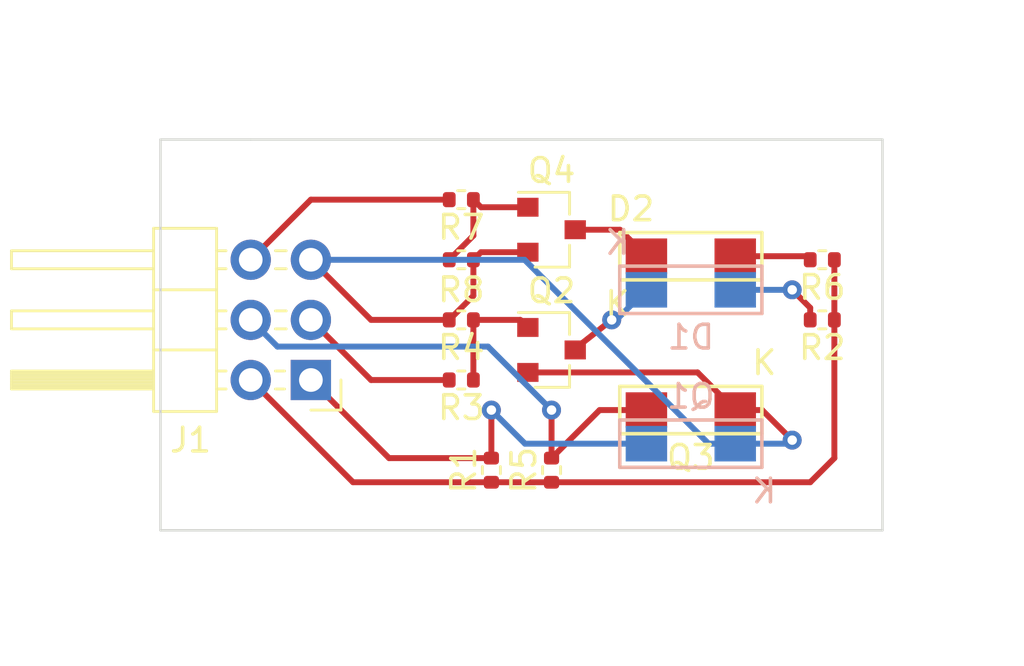
<source format=kicad_pcb>
(kicad_pcb (version 20171130) (host pcbnew 5.1.9-1.fc33)

  (general
    (thickness 1.6)
    (drawings 8)
    (tracks 60)
    (zones 0)
    (modules 15)
    (nets 13)
  )

  (page USLetter)
  (title_block
    (title Opticalport)
    (date 2021-02-27)
    (rev 0.1)
    (company "E. Beroset")
  )

  (layers
    (0 F.Cu signal)
    (31 B.Cu signal)
    (32 B.Adhes user)
    (33 F.Adhes user)
    (34 B.Paste user)
    (35 F.Paste user)
    (36 B.SilkS user)
    (37 F.SilkS user)
    (38 B.Mask user)
    (39 F.Mask user)
    (40 Dwgs.User user)
    (41 Cmts.User user)
    (42 Eco1.User user)
    (43 Eco2.User user)
    (44 Edge.Cuts user)
    (45 Margin user)
    (46 B.CrtYd user)
    (47 F.CrtYd user)
    (48 B.Fab user hide)
    (49 F.Fab user hide)
  )

  (setup
    (last_trace_width 0.25)
    (trace_clearance 0.1524)
    (zone_clearance 0.508)
    (zone_45_only no)
    (trace_min 0.2)
    (via_size 0.8)
    (via_drill 0.4)
    (via_min_size 0.4)
    (via_min_drill 0.3)
    (uvia_size 0.3)
    (uvia_drill 0.1)
    (uvias_allowed no)
    (uvia_min_size 0.2)
    (uvia_min_drill 0.1)
    (edge_width 0.1)
    (segment_width 0.2)
    (pcb_text_width 0.3)
    (pcb_text_size 1.5 1.5)
    (mod_edge_width 0.15)
    (mod_text_size 1 1)
    (mod_text_width 0.15)
    (pad_size 1.524 1.524)
    (pad_drill 0.762)
    (pad_to_mask_clearance 0)
    (aux_axis_origin 0 0)
    (visible_elements FFFFFF7F)
    (pcbplotparams
      (layerselection 0x010fc_ffffffff)
      (usegerberextensions false)
      (usegerberattributes true)
      (usegerberadvancedattributes true)
      (creategerberjobfile true)
      (excludeedgelayer true)
      (linewidth 0.100000)
      (plotframeref false)
      (viasonmask false)
      (mode 1)
      (useauxorigin false)
      (hpglpennumber 1)
      (hpglpenspeed 20)
      (hpglpendiameter 15.000000)
      (psnegative false)
      (psa4output false)
      (plotreference true)
      (plotvalue true)
      (plotinvisibletext false)
      (padsonsilk false)
      (subtractmaskfromsilk false)
      (outputformat 1)
      (mirror false)
      (drillshape 1)
      (scaleselection 1)
      (outputdirectory ""))
  )

  (net 0 "")
  (net 1 "Net-(D1-Pad2)")
  (net 2 "Net-(D1-Pad1)")
  (net 3 "Net-(D2-Pad2)")
  (net 4 "Net-(D2-Pad1)")
  (net 5 GND)
  (net 6 +3V3)
  (net 7 "Net-(Q2-Pad1)")
  (net 8 "Net-(Q4-Pad1)")
  (net 9 TX1)
  (net 10 RX1)
  (net 11 TX2)
  (net 12 RX2)

  (net_class Default "This is the default net class."
    (clearance 0.1524)
    (trace_width 0.25)
    (via_dia 0.8)
    (via_drill 0.4)
    (uvia_dia 0.3)
    (uvia_drill 0.1)
    (add_net +3V3)
    (add_net GND)
    (add_net "Net-(D1-Pad1)")
    (add_net "Net-(D1-Pad2)")
    (add_net "Net-(D2-Pad1)")
    (add_net "Net-(D2-Pad2)")
    (add_net "Net-(Q2-Pad1)")
    (add_net "Net-(Q4-Pad1)")
    (add_net RX1)
    (add_net RX2)
    (add_net TX1)
    (add_net TX2)
  )

  (module Connector_PinHeader_2.54mm:PinHeader_2x03_P2.54mm_Horizontal (layer F.Cu) (tedit 59FED5CB) (tstamp 603AE298)
    (at 124.46 90.17 180)
    (descr "Through hole angled pin header, 2x03, 2.54mm pitch, 6mm pin length, double rows")
    (tags "Through hole angled pin header THT 2x03 2.54mm double row")
    (path /603C3473)
    (fp_text reference J1 (at 5.08 -2.54) (layer F.SilkS)
      (effects (font (size 1 1) (thickness 0.15)))
    )
    (fp_text value Conn_02x03_Odd_Even (at 5.655 7.35) (layer F.Fab)
      (effects (font (size 1 1) (thickness 0.15)))
    )
    (fp_line (start 4.675 -1.27) (end 6.58 -1.27) (layer F.Fab) (width 0.1))
    (fp_line (start 6.58 -1.27) (end 6.58 6.35) (layer F.Fab) (width 0.1))
    (fp_line (start 6.58 6.35) (end 4.04 6.35) (layer F.Fab) (width 0.1))
    (fp_line (start 4.04 6.35) (end 4.04 -0.635) (layer F.Fab) (width 0.1))
    (fp_line (start 4.04 -0.635) (end 4.675 -1.27) (layer F.Fab) (width 0.1))
    (fp_line (start -0.32 -0.32) (end 4.04 -0.32) (layer F.Fab) (width 0.1))
    (fp_line (start -0.32 -0.32) (end -0.32 0.32) (layer F.Fab) (width 0.1))
    (fp_line (start -0.32 0.32) (end 4.04 0.32) (layer F.Fab) (width 0.1))
    (fp_line (start 6.58 -0.32) (end 12.58 -0.32) (layer F.Fab) (width 0.1))
    (fp_line (start 12.58 -0.32) (end 12.58 0.32) (layer F.Fab) (width 0.1))
    (fp_line (start 6.58 0.32) (end 12.58 0.32) (layer F.Fab) (width 0.1))
    (fp_line (start -0.32 2.22) (end 4.04 2.22) (layer F.Fab) (width 0.1))
    (fp_line (start -0.32 2.22) (end -0.32 2.86) (layer F.Fab) (width 0.1))
    (fp_line (start -0.32 2.86) (end 4.04 2.86) (layer F.Fab) (width 0.1))
    (fp_line (start 6.58 2.22) (end 12.58 2.22) (layer F.Fab) (width 0.1))
    (fp_line (start 12.58 2.22) (end 12.58 2.86) (layer F.Fab) (width 0.1))
    (fp_line (start 6.58 2.86) (end 12.58 2.86) (layer F.Fab) (width 0.1))
    (fp_line (start -0.32 4.76) (end 4.04 4.76) (layer F.Fab) (width 0.1))
    (fp_line (start -0.32 4.76) (end -0.32 5.4) (layer F.Fab) (width 0.1))
    (fp_line (start -0.32 5.4) (end 4.04 5.4) (layer F.Fab) (width 0.1))
    (fp_line (start 6.58 4.76) (end 12.58 4.76) (layer F.Fab) (width 0.1))
    (fp_line (start 12.58 4.76) (end 12.58 5.4) (layer F.Fab) (width 0.1))
    (fp_line (start 6.58 5.4) (end 12.58 5.4) (layer F.Fab) (width 0.1))
    (fp_line (start 3.98 -1.33) (end 3.98 6.41) (layer F.SilkS) (width 0.12))
    (fp_line (start 3.98 6.41) (end 6.64 6.41) (layer F.SilkS) (width 0.12))
    (fp_line (start 6.64 6.41) (end 6.64 -1.33) (layer F.SilkS) (width 0.12))
    (fp_line (start 6.64 -1.33) (end 3.98 -1.33) (layer F.SilkS) (width 0.12))
    (fp_line (start 6.64 -0.38) (end 12.64 -0.38) (layer F.SilkS) (width 0.12))
    (fp_line (start 12.64 -0.38) (end 12.64 0.38) (layer F.SilkS) (width 0.12))
    (fp_line (start 12.64 0.38) (end 6.64 0.38) (layer F.SilkS) (width 0.12))
    (fp_line (start 6.64 -0.32) (end 12.64 -0.32) (layer F.SilkS) (width 0.12))
    (fp_line (start 6.64 -0.2) (end 12.64 -0.2) (layer F.SilkS) (width 0.12))
    (fp_line (start 6.64 -0.08) (end 12.64 -0.08) (layer F.SilkS) (width 0.12))
    (fp_line (start 6.64 0.04) (end 12.64 0.04) (layer F.SilkS) (width 0.12))
    (fp_line (start 6.64 0.16) (end 12.64 0.16) (layer F.SilkS) (width 0.12))
    (fp_line (start 6.64 0.28) (end 12.64 0.28) (layer F.SilkS) (width 0.12))
    (fp_line (start 3.582929 -0.38) (end 3.98 -0.38) (layer F.SilkS) (width 0.12))
    (fp_line (start 3.582929 0.38) (end 3.98 0.38) (layer F.SilkS) (width 0.12))
    (fp_line (start 1.11 -0.38) (end 1.497071 -0.38) (layer F.SilkS) (width 0.12))
    (fp_line (start 1.11 0.38) (end 1.497071 0.38) (layer F.SilkS) (width 0.12))
    (fp_line (start 3.98 1.27) (end 6.64 1.27) (layer F.SilkS) (width 0.12))
    (fp_line (start 6.64 2.16) (end 12.64 2.16) (layer F.SilkS) (width 0.12))
    (fp_line (start 12.64 2.16) (end 12.64 2.92) (layer F.SilkS) (width 0.12))
    (fp_line (start 12.64 2.92) (end 6.64 2.92) (layer F.SilkS) (width 0.12))
    (fp_line (start 3.582929 2.16) (end 3.98 2.16) (layer F.SilkS) (width 0.12))
    (fp_line (start 3.582929 2.92) (end 3.98 2.92) (layer F.SilkS) (width 0.12))
    (fp_line (start 1.042929 2.16) (end 1.497071 2.16) (layer F.SilkS) (width 0.12))
    (fp_line (start 1.042929 2.92) (end 1.497071 2.92) (layer F.SilkS) (width 0.12))
    (fp_line (start 3.98 3.81) (end 6.64 3.81) (layer F.SilkS) (width 0.12))
    (fp_line (start 6.64 4.7) (end 12.64 4.7) (layer F.SilkS) (width 0.12))
    (fp_line (start 12.64 4.7) (end 12.64 5.46) (layer F.SilkS) (width 0.12))
    (fp_line (start 12.64 5.46) (end 6.64 5.46) (layer F.SilkS) (width 0.12))
    (fp_line (start 3.582929 4.7) (end 3.98 4.7) (layer F.SilkS) (width 0.12))
    (fp_line (start 3.582929 5.46) (end 3.98 5.46) (layer F.SilkS) (width 0.12))
    (fp_line (start 1.042929 4.7) (end 1.497071 4.7) (layer F.SilkS) (width 0.12))
    (fp_line (start 1.042929 5.46) (end 1.497071 5.46) (layer F.SilkS) (width 0.12))
    (fp_line (start -1.27 0) (end -1.27 -1.27) (layer F.SilkS) (width 0.12))
    (fp_line (start -1.27 -1.27) (end 0 -1.27) (layer F.SilkS) (width 0.12))
    (fp_line (start -1.8 -1.8) (end -1.8 6.85) (layer F.CrtYd) (width 0.05))
    (fp_line (start -1.8 6.85) (end 13.1 6.85) (layer F.CrtYd) (width 0.05))
    (fp_line (start 13.1 6.85) (end 13.1 -1.8) (layer F.CrtYd) (width 0.05))
    (fp_line (start 13.1 -1.8) (end -1.8 -1.8) (layer F.CrtYd) (width 0.05))
    (fp_text user %R (at 5.31 2.54 90) (layer F.Fab)
      (effects (font (size 1 1) (thickness 0.15)))
    )
    (pad 6 thru_hole oval (at 2.54 5.08 180) (size 1.7 1.7) (drill 1) (layers *.Cu *.Mask)
      (net 9 TX1))
    (pad 5 thru_hole oval (at 0 5.08 180) (size 1.7 1.7) (drill 1) (layers *.Cu *.Mask)
      (net 5 GND))
    (pad 4 thru_hole oval (at 2.54 2.54 180) (size 1.7 1.7) (drill 1) (layers *.Cu *.Mask)
      (net 10 RX1))
    (pad 3 thru_hole oval (at 0 2.54 180) (size 1.7 1.7) (drill 1) (layers *.Cu *.Mask)
      (net 11 TX2))
    (pad 2 thru_hole oval (at 2.54 0 180) (size 1.7 1.7) (drill 1) (layers *.Cu *.Mask)
      (net 6 +3V3))
    (pad 1 thru_hole rect (at 0 0 180) (size 1.7 1.7) (drill 1) (layers *.Cu *.Mask)
      (net 12 RX2))
    (model ${KISYS3DMOD}/Connector_PinHeader_2.54mm.3dshapes/PinHeader_2x03_P2.54mm_Horizontal.wrl
      (at (xyz 0 0 0))
      (scale (xyz 1 1 1))
      (rotate (xyz 0 0 0))
    )
  )

  (module Resistor_SMD:R_0402_1005Metric (layer F.Cu) (tedit 5F68FEEE) (tstamp 603AE360)
    (at 130.81 85.09)
    (descr "Resistor SMD 0402 (1005 Metric), square (rectangular) end terminal, IPC_7351 nominal, (Body size source: IPC-SM-782 page 72, https://www.pcb-3d.com/wordpress/wp-content/uploads/ipc-sm-782a_amendment_1_and_2.pdf), generated with kicad-footprint-generator")
    (tags resistor)
    (path /603E4022)
    (attr smd)
    (fp_text reference R8 (at 0 1.27) (layer F.SilkS)
      (effects (font (size 1 1) (thickness 0.15)))
    )
    (fp_text value 1.5K (at 0 1.17) (layer F.Fab)
      (effects (font (size 1 1) (thickness 0.15)))
    )
    (fp_line (start -0.525 0.27) (end -0.525 -0.27) (layer F.Fab) (width 0.1))
    (fp_line (start -0.525 -0.27) (end 0.525 -0.27) (layer F.Fab) (width 0.1))
    (fp_line (start 0.525 -0.27) (end 0.525 0.27) (layer F.Fab) (width 0.1))
    (fp_line (start 0.525 0.27) (end -0.525 0.27) (layer F.Fab) (width 0.1))
    (fp_line (start -0.153641 -0.38) (end 0.153641 -0.38) (layer F.SilkS) (width 0.12))
    (fp_line (start -0.153641 0.38) (end 0.153641 0.38) (layer F.SilkS) (width 0.12))
    (fp_line (start -0.93 0.47) (end -0.93 -0.47) (layer F.CrtYd) (width 0.05))
    (fp_line (start -0.93 -0.47) (end 0.93 -0.47) (layer F.CrtYd) (width 0.05))
    (fp_line (start 0.93 -0.47) (end 0.93 0.47) (layer F.CrtYd) (width 0.05))
    (fp_line (start 0.93 0.47) (end -0.93 0.47) (layer F.CrtYd) (width 0.05))
    (fp_text user %R (at 0 0) (layer F.Fab)
      (effects (font (size 0.26 0.26) (thickness 0.04)))
    )
    (pad 2 smd roundrect (at 0.51 0) (size 0.54 0.64) (layers F.Cu F.Paste F.Mask) (roundrect_rratio 0.25)
      (net 5 GND))
    (pad 1 smd roundrect (at -0.51 0) (size 0.54 0.64) (layers F.Cu F.Paste F.Mask) (roundrect_rratio 0.25)
      (net 8 "Net-(Q4-Pad1)"))
    (model ${KISYS3DMOD}/Resistor_SMD.3dshapes/R_0402_1005Metric.wrl
      (at (xyz 0 0 0))
      (scale (xyz 1 1 1))
      (rotate (xyz 0 0 0))
    )
  )

  (module Resistor_SMD:R_0402_1005Metric (layer F.Cu) (tedit 5F68FEEE) (tstamp 603AE34F)
    (at 130.81 82.55 180)
    (descr "Resistor SMD 0402 (1005 Metric), square (rectangular) end terminal, IPC_7351 nominal, (Body size source: IPC-SM-782 page 72, https://www.pcb-3d.com/wordpress/wp-content/uploads/ipc-sm-782a_amendment_1_and_2.pdf), generated with kicad-footprint-generator")
    (tags resistor)
    (path /603E4036)
    (attr smd)
    (fp_text reference R7 (at 0 -1.17) (layer F.SilkS)
      (effects (font (size 1 1) (thickness 0.15)))
    )
    (fp_text value 4.7K (at 0 1.17) (layer F.Fab)
      (effects (font (size 1 1) (thickness 0.15)))
    )
    (fp_line (start -0.525 0.27) (end -0.525 -0.27) (layer F.Fab) (width 0.1))
    (fp_line (start -0.525 -0.27) (end 0.525 -0.27) (layer F.Fab) (width 0.1))
    (fp_line (start 0.525 -0.27) (end 0.525 0.27) (layer F.Fab) (width 0.1))
    (fp_line (start 0.525 0.27) (end -0.525 0.27) (layer F.Fab) (width 0.1))
    (fp_line (start -0.153641 -0.38) (end 0.153641 -0.38) (layer F.SilkS) (width 0.12))
    (fp_line (start -0.153641 0.38) (end 0.153641 0.38) (layer F.SilkS) (width 0.12))
    (fp_line (start -0.93 0.47) (end -0.93 -0.47) (layer F.CrtYd) (width 0.05))
    (fp_line (start -0.93 -0.47) (end 0.93 -0.47) (layer F.CrtYd) (width 0.05))
    (fp_line (start 0.93 -0.47) (end 0.93 0.47) (layer F.CrtYd) (width 0.05))
    (fp_line (start 0.93 0.47) (end -0.93 0.47) (layer F.CrtYd) (width 0.05))
    (fp_text user %R (at 0 0) (layer F.Fab)
      (effects (font (size 0.26 0.26) (thickness 0.04)))
    )
    (pad 2 smd roundrect (at 0.51 0 180) (size 0.54 0.64) (layers F.Cu F.Paste F.Mask) (roundrect_rratio 0.25)
      (net 9 TX1))
    (pad 1 smd roundrect (at -0.51 0 180) (size 0.54 0.64) (layers F.Cu F.Paste F.Mask) (roundrect_rratio 0.25)
      (net 8 "Net-(Q4-Pad1)"))
    (model ${KISYS3DMOD}/Resistor_SMD.3dshapes/R_0402_1005Metric.wrl
      (at (xyz 0 0 0))
      (scale (xyz 1 1 1))
      (rotate (xyz 0 0 0))
    )
  )

  (module Resistor_SMD:R_0402_1005Metric (layer F.Cu) (tedit 5F68FEEE) (tstamp 603AE33E)
    (at 146.05 85.09 180)
    (descr "Resistor SMD 0402 (1005 Metric), square (rectangular) end terminal, IPC_7351 nominal, (Body size source: IPC-SM-782 page 72, https://www.pcb-3d.com/wordpress/wp-content/uploads/ipc-sm-782a_amendment_1_and_2.pdf), generated with kicad-footprint-generator")
    (tags resistor)
    (path /603E402C)
    (attr smd)
    (fp_text reference R6 (at 0 -1.17) (layer F.SilkS)
      (effects (font (size 1 1) (thickness 0.15)))
    )
    (fp_text value 100 (at 0 1.17) (layer F.Fab)
      (effects (font (size 1 1) (thickness 0.15)))
    )
    (fp_line (start -0.525 0.27) (end -0.525 -0.27) (layer F.Fab) (width 0.1))
    (fp_line (start -0.525 -0.27) (end 0.525 -0.27) (layer F.Fab) (width 0.1))
    (fp_line (start 0.525 -0.27) (end 0.525 0.27) (layer F.Fab) (width 0.1))
    (fp_line (start 0.525 0.27) (end -0.525 0.27) (layer F.Fab) (width 0.1))
    (fp_line (start -0.153641 -0.38) (end 0.153641 -0.38) (layer F.SilkS) (width 0.12))
    (fp_line (start -0.153641 0.38) (end 0.153641 0.38) (layer F.SilkS) (width 0.12))
    (fp_line (start -0.93 0.47) (end -0.93 -0.47) (layer F.CrtYd) (width 0.05))
    (fp_line (start -0.93 -0.47) (end 0.93 -0.47) (layer F.CrtYd) (width 0.05))
    (fp_line (start 0.93 -0.47) (end 0.93 0.47) (layer F.CrtYd) (width 0.05))
    (fp_line (start 0.93 0.47) (end -0.93 0.47) (layer F.CrtYd) (width 0.05))
    (fp_text user %R (at 0 0) (layer F.Fab)
      (effects (font (size 0.26 0.26) (thickness 0.04)))
    )
    (pad 2 smd roundrect (at 0.51 0 180) (size 0.54 0.64) (layers F.Cu F.Paste F.Mask) (roundrect_rratio 0.25)
      (net 3 "Net-(D2-Pad2)"))
    (pad 1 smd roundrect (at -0.51 0 180) (size 0.54 0.64) (layers F.Cu F.Paste F.Mask) (roundrect_rratio 0.25)
      (net 6 +3V3))
    (model ${KISYS3DMOD}/Resistor_SMD.3dshapes/R_0402_1005Metric.wrl
      (at (xyz 0 0 0))
      (scale (xyz 1 1 1))
      (rotate (xyz 0 0 0))
    )
  )

  (module Resistor_SMD:R_0402_1005Metric (layer F.Cu) (tedit 5F68FEEE) (tstamp 603AE32D)
    (at 134.62 93.98 90)
    (descr "Resistor SMD 0402 (1005 Metric), square (rectangular) end terminal, IPC_7351 nominal, (Body size source: IPC-SM-782 page 72, https://www.pcb-3d.com/wordpress/wp-content/uploads/ipc-sm-782a_amendment_1_and_2.pdf), generated with kicad-footprint-generator")
    (tags resistor)
    (path /603E404A)
    (attr smd)
    (fp_text reference R5 (at 0 -1.17 90) (layer F.SilkS)
      (effects (font (size 1 1) (thickness 0.15)))
    )
    (fp_text value 2.2K (at 0 1.17 90) (layer F.Fab)
      (effects (font (size 1 1) (thickness 0.15)))
    )
    (fp_line (start -0.525 0.27) (end -0.525 -0.27) (layer F.Fab) (width 0.1))
    (fp_line (start -0.525 -0.27) (end 0.525 -0.27) (layer F.Fab) (width 0.1))
    (fp_line (start 0.525 -0.27) (end 0.525 0.27) (layer F.Fab) (width 0.1))
    (fp_line (start 0.525 0.27) (end -0.525 0.27) (layer F.Fab) (width 0.1))
    (fp_line (start -0.153641 -0.38) (end 0.153641 -0.38) (layer F.SilkS) (width 0.12))
    (fp_line (start -0.153641 0.38) (end 0.153641 0.38) (layer F.SilkS) (width 0.12))
    (fp_line (start -0.93 0.47) (end -0.93 -0.47) (layer F.CrtYd) (width 0.05))
    (fp_line (start -0.93 -0.47) (end 0.93 -0.47) (layer F.CrtYd) (width 0.05))
    (fp_line (start 0.93 -0.47) (end 0.93 0.47) (layer F.CrtYd) (width 0.05))
    (fp_line (start 0.93 0.47) (end -0.93 0.47) (layer F.CrtYd) (width 0.05))
    (fp_text user %R (at 0 0 90) (layer F.Fab)
      (effects (font (size 0.26 0.26) (thickness 0.04)))
    )
    (pad 2 smd roundrect (at 0.51 0 90) (size 0.54 0.64) (layers F.Cu F.Paste F.Mask) (roundrect_rratio 0.25)
      (net 10 RX1))
    (pad 1 smd roundrect (at -0.51 0 90) (size 0.54 0.64) (layers F.Cu F.Paste F.Mask) (roundrect_rratio 0.25)
      (net 6 +3V3))
    (model ${KISYS3DMOD}/Resistor_SMD.3dshapes/R_0402_1005Metric.wrl
      (at (xyz 0 0 0))
      (scale (xyz 1 1 1))
      (rotate (xyz 0 0 0))
    )
  )

  (module Resistor_SMD:R_0402_1005Metric (layer F.Cu) (tedit 5F68FEEE) (tstamp 603AE31C)
    (at 130.81 87.63 180)
    (descr "Resistor SMD 0402 (1005 Metric), square (rectangular) end terminal, IPC_7351 nominal, (Body size source: IPC-SM-782 page 72, https://www.pcb-3d.com/wordpress/wp-content/uploads/ipc-sm-782a_amendment_1_and_2.pdf), generated with kicad-footprint-generator")
    (tags resistor)
    (path /603AAE37)
    (attr smd)
    (fp_text reference R4 (at 0 -1.17) (layer F.SilkS)
      (effects (font (size 1 1) (thickness 0.15)))
    )
    (fp_text value 1.5k (at 0 1.17) (layer F.Fab)
      (effects (font (size 1 1) (thickness 0.15)))
    )
    (fp_line (start -0.525 0.27) (end -0.525 -0.27) (layer F.Fab) (width 0.1))
    (fp_line (start -0.525 -0.27) (end 0.525 -0.27) (layer F.Fab) (width 0.1))
    (fp_line (start 0.525 -0.27) (end 0.525 0.27) (layer F.Fab) (width 0.1))
    (fp_line (start 0.525 0.27) (end -0.525 0.27) (layer F.Fab) (width 0.1))
    (fp_line (start -0.153641 -0.38) (end 0.153641 -0.38) (layer F.SilkS) (width 0.12))
    (fp_line (start -0.153641 0.38) (end 0.153641 0.38) (layer F.SilkS) (width 0.12))
    (fp_line (start -0.93 0.47) (end -0.93 -0.47) (layer F.CrtYd) (width 0.05))
    (fp_line (start -0.93 -0.47) (end 0.93 -0.47) (layer F.CrtYd) (width 0.05))
    (fp_line (start 0.93 -0.47) (end 0.93 0.47) (layer F.CrtYd) (width 0.05))
    (fp_line (start 0.93 0.47) (end -0.93 0.47) (layer F.CrtYd) (width 0.05))
    (fp_text user %R (at 0 0) (layer F.Fab)
      (effects (font (size 0.26 0.26) (thickness 0.04)))
    )
    (pad 2 smd roundrect (at 0.51 0 180) (size 0.54 0.64) (layers F.Cu F.Paste F.Mask) (roundrect_rratio 0.25)
      (net 5 GND))
    (pad 1 smd roundrect (at -0.51 0 180) (size 0.54 0.64) (layers F.Cu F.Paste F.Mask) (roundrect_rratio 0.25)
      (net 7 "Net-(Q2-Pad1)"))
    (model ${KISYS3DMOD}/Resistor_SMD.3dshapes/R_0402_1005Metric.wrl
      (at (xyz 0 0 0))
      (scale (xyz 1 1 1))
      (rotate (xyz 0 0 0))
    )
  )

  (module Resistor_SMD:R_0402_1005Metric (layer F.Cu) (tedit 5F68FEEE) (tstamp 603AE30B)
    (at 130.81 90.17 180)
    (descr "Resistor SMD 0402 (1005 Metric), square (rectangular) end terminal, IPC_7351 nominal, (Body size source: IPC-SM-782 page 72, https://www.pcb-3d.com/wordpress/wp-content/uploads/ipc-sm-782a_amendment_1_and_2.pdf), generated with kicad-footprint-generator")
    (tags resistor)
    (path /603ACD54)
    (attr smd)
    (fp_text reference R3 (at 0 -1.17) (layer F.SilkS)
      (effects (font (size 1 1) (thickness 0.15)))
    )
    (fp_text value 4.7k (at 0 1.17) (layer F.Fab)
      (effects (font (size 1 1) (thickness 0.15)))
    )
    (fp_line (start -0.525 0.27) (end -0.525 -0.27) (layer F.Fab) (width 0.1))
    (fp_line (start -0.525 -0.27) (end 0.525 -0.27) (layer F.Fab) (width 0.1))
    (fp_line (start 0.525 -0.27) (end 0.525 0.27) (layer F.Fab) (width 0.1))
    (fp_line (start 0.525 0.27) (end -0.525 0.27) (layer F.Fab) (width 0.1))
    (fp_line (start -0.153641 -0.38) (end 0.153641 -0.38) (layer F.SilkS) (width 0.12))
    (fp_line (start -0.153641 0.38) (end 0.153641 0.38) (layer F.SilkS) (width 0.12))
    (fp_line (start -0.93 0.47) (end -0.93 -0.47) (layer F.CrtYd) (width 0.05))
    (fp_line (start -0.93 -0.47) (end 0.93 -0.47) (layer F.CrtYd) (width 0.05))
    (fp_line (start 0.93 -0.47) (end 0.93 0.47) (layer F.CrtYd) (width 0.05))
    (fp_line (start 0.93 0.47) (end -0.93 0.47) (layer F.CrtYd) (width 0.05))
    (fp_text user %R (at 0 0) (layer F.Fab)
      (effects (font (size 0.26 0.26) (thickness 0.04)))
    )
    (pad 2 smd roundrect (at 0.51 0 180) (size 0.54 0.64) (layers F.Cu F.Paste F.Mask) (roundrect_rratio 0.25)
      (net 11 TX2))
    (pad 1 smd roundrect (at -0.51 0 180) (size 0.54 0.64) (layers F.Cu F.Paste F.Mask) (roundrect_rratio 0.25)
      (net 7 "Net-(Q2-Pad1)"))
    (model ${KISYS3DMOD}/Resistor_SMD.3dshapes/R_0402_1005Metric.wrl
      (at (xyz 0 0 0))
      (scale (xyz 1 1 1))
      (rotate (xyz 0 0 0))
    )
  )

  (module Resistor_SMD:R_0402_1005Metric (layer F.Cu) (tedit 5F68FEEE) (tstamp 603AE2FA)
    (at 146.05 87.63 180)
    (descr "Resistor SMD 0402 (1005 Metric), square (rectangular) end terminal, IPC_7351 nominal, (Body size source: IPC-SM-782 page 72, https://www.pcb-3d.com/wordpress/wp-content/uploads/ipc-sm-782a_amendment_1_and_2.pdf), generated with kicad-footprint-generator")
    (tags resistor)
    (path /603AC095)
    (attr smd)
    (fp_text reference R2 (at 0 -1.17) (layer F.SilkS)
      (effects (font (size 1 1) (thickness 0.15)))
    )
    (fp_text value 100 (at 0 1.17) (layer F.Fab)
      (effects (font (size 1 1) (thickness 0.15)))
    )
    (fp_line (start -0.525 0.27) (end -0.525 -0.27) (layer F.Fab) (width 0.1))
    (fp_line (start -0.525 -0.27) (end 0.525 -0.27) (layer F.Fab) (width 0.1))
    (fp_line (start 0.525 -0.27) (end 0.525 0.27) (layer F.Fab) (width 0.1))
    (fp_line (start 0.525 0.27) (end -0.525 0.27) (layer F.Fab) (width 0.1))
    (fp_line (start -0.153641 -0.38) (end 0.153641 -0.38) (layer F.SilkS) (width 0.12))
    (fp_line (start -0.153641 0.38) (end 0.153641 0.38) (layer F.SilkS) (width 0.12))
    (fp_line (start -0.93 0.47) (end -0.93 -0.47) (layer F.CrtYd) (width 0.05))
    (fp_line (start -0.93 -0.47) (end 0.93 -0.47) (layer F.CrtYd) (width 0.05))
    (fp_line (start 0.93 -0.47) (end 0.93 0.47) (layer F.CrtYd) (width 0.05))
    (fp_line (start 0.93 0.47) (end -0.93 0.47) (layer F.CrtYd) (width 0.05))
    (fp_text user %R (at 0 0) (layer F.Fab)
      (effects (font (size 0.26 0.26) (thickness 0.04)))
    )
    (pad 2 smd roundrect (at 0.51 0 180) (size 0.54 0.64) (layers F.Cu F.Paste F.Mask) (roundrect_rratio 0.25)
      (net 1 "Net-(D1-Pad2)"))
    (pad 1 smd roundrect (at -0.51 0 180) (size 0.54 0.64) (layers F.Cu F.Paste F.Mask) (roundrect_rratio 0.25)
      (net 6 +3V3))
    (model ${KISYS3DMOD}/Resistor_SMD.3dshapes/R_0402_1005Metric.wrl
      (at (xyz 0 0 0))
      (scale (xyz 1 1 1))
      (rotate (xyz 0 0 0))
    )
  )

  (module Resistor_SMD:R_0402_1005Metric (layer F.Cu) (tedit 5F68FEEE) (tstamp 603AE2E9)
    (at 132.08 93.98 90)
    (descr "Resistor SMD 0402 (1005 Metric), square (rectangular) end terminal, IPC_7351 nominal, (Body size source: IPC-SM-782 page 72, https://www.pcb-3d.com/wordpress/wp-content/uploads/ipc-sm-782a_amendment_1_and_2.pdf), generated with kicad-footprint-generator")
    (tags resistor)
    (path /603AE044)
    (attr smd)
    (fp_text reference R1 (at 0 -1.17 90) (layer F.SilkS)
      (effects (font (size 1 1) (thickness 0.15)))
    )
    (fp_text value 2.2K (at 0 1.17 90) (layer F.Fab)
      (effects (font (size 1 1) (thickness 0.15)))
    )
    (fp_line (start -0.525 0.27) (end -0.525 -0.27) (layer F.Fab) (width 0.1))
    (fp_line (start -0.525 -0.27) (end 0.525 -0.27) (layer F.Fab) (width 0.1))
    (fp_line (start 0.525 -0.27) (end 0.525 0.27) (layer F.Fab) (width 0.1))
    (fp_line (start 0.525 0.27) (end -0.525 0.27) (layer F.Fab) (width 0.1))
    (fp_line (start -0.153641 -0.38) (end 0.153641 -0.38) (layer F.SilkS) (width 0.12))
    (fp_line (start -0.153641 0.38) (end 0.153641 0.38) (layer F.SilkS) (width 0.12))
    (fp_line (start -0.93 0.47) (end -0.93 -0.47) (layer F.CrtYd) (width 0.05))
    (fp_line (start -0.93 -0.47) (end 0.93 -0.47) (layer F.CrtYd) (width 0.05))
    (fp_line (start 0.93 -0.47) (end 0.93 0.47) (layer F.CrtYd) (width 0.05))
    (fp_line (start 0.93 0.47) (end -0.93 0.47) (layer F.CrtYd) (width 0.05))
    (fp_text user %R (at 0 0 90) (layer F.Fab)
      (effects (font (size 0.26 0.26) (thickness 0.04)))
    )
    (pad 2 smd roundrect (at 0.51 0 90) (size 0.54 0.64) (layers F.Cu F.Paste F.Mask) (roundrect_rratio 0.25)
      (net 12 RX2))
    (pad 1 smd roundrect (at -0.51 0 90) (size 0.54 0.64) (layers F.Cu F.Paste F.Mask) (roundrect_rratio 0.25)
      (net 6 +3V3))
    (model ${KISYS3DMOD}/Resistor_SMD.3dshapes/R_0402_1005Metric.wrl
      (at (xyz 0 0 0))
      (scale (xyz 1 1 1))
      (rotate (xyz 0 0 0))
    )
  )

  (module Package_TO_SOT_SMD:SOT-23 (layer F.Cu) (tedit 5A02FF57) (tstamp 603AE2D8)
    (at 134.62 83.82)
    (descr "SOT-23, Standard")
    (tags SOT-23)
    (path /603E3EBA)
    (attr smd)
    (fp_text reference Q4 (at 0 -2.5) (layer F.SilkS)
      (effects (font (size 1 1) (thickness 0.15)))
    )
    (fp_text value BC817 (at 0 2.5) (layer F.Fab)
      (effects (font (size 1 1) (thickness 0.15)))
    )
    (fp_line (start -0.7 -0.95) (end -0.7 1.5) (layer F.Fab) (width 0.1))
    (fp_line (start -0.15 -1.52) (end 0.7 -1.52) (layer F.Fab) (width 0.1))
    (fp_line (start -0.7 -0.95) (end -0.15 -1.52) (layer F.Fab) (width 0.1))
    (fp_line (start 0.7 -1.52) (end 0.7 1.52) (layer F.Fab) (width 0.1))
    (fp_line (start -0.7 1.52) (end 0.7 1.52) (layer F.Fab) (width 0.1))
    (fp_line (start 0.76 1.58) (end 0.76 0.65) (layer F.SilkS) (width 0.12))
    (fp_line (start 0.76 -1.58) (end 0.76 -0.65) (layer F.SilkS) (width 0.12))
    (fp_line (start -1.7 -1.75) (end 1.7 -1.75) (layer F.CrtYd) (width 0.05))
    (fp_line (start 1.7 -1.75) (end 1.7 1.75) (layer F.CrtYd) (width 0.05))
    (fp_line (start 1.7 1.75) (end -1.7 1.75) (layer F.CrtYd) (width 0.05))
    (fp_line (start -1.7 1.75) (end -1.7 -1.75) (layer F.CrtYd) (width 0.05))
    (fp_line (start 0.76 -1.58) (end -1.4 -1.58) (layer F.SilkS) (width 0.12))
    (fp_line (start 0.76 1.58) (end -0.7 1.58) (layer F.SilkS) (width 0.12))
    (fp_text user %R (at 0 0 90) (layer F.Fab)
      (effects (font (size 0.5 0.5) (thickness 0.075)))
    )
    (pad 3 smd rect (at 1 0) (size 0.9 0.8) (layers F.Cu F.Paste F.Mask)
      (net 4 "Net-(D2-Pad1)"))
    (pad 2 smd rect (at -1 0.95) (size 0.9 0.8) (layers F.Cu F.Paste F.Mask)
      (net 5 GND))
    (pad 1 smd rect (at -1 -0.95) (size 0.9 0.8) (layers F.Cu F.Paste F.Mask)
      (net 8 "Net-(Q4-Pad1)"))
    (model ${KISYS3DMOD}/Package_TO_SOT_SMD.3dshapes/SOT-23.wrl
      (at (xyz 0 0 0))
      (scale (xyz 1 1 1))
      (rotate (xyz 0 0 0))
    )
  )

  (module opticalport:LED_Kingbright_APTD3216 (layer F.Cu) (tedit 603AC661) (tstamp 603AE2C3)
    (at 140.5 91.44 180)
    (path /603E4054)
    (fp_text reference Q3 (at 0 -2) (layer F.SilkS)
      (effects (font (size 1 1) (thickness 0.15)))
    )
    (fp_text value APTD3216P3C-P22 (at 0 -0.5) (layer F.Fab)
      (effects (font (size 1 1) (thickness 0.15)))
    )
    (fp_line (start -3 -1) (end 3 -1) (layer F.SilkS) (width 0.15))
    (fp_line (start 3 -1) (end 3 1) (layer F.SilkS) (width 0.15))
    (fp_line (start 3 1) (end -3 1) (layer F.SilkS) (width 0.15))
    (fp_line (start -3 1) (end -3 -1) (layer F.SilkS) (width 0.15))
    (fp_text user K (at -2.5 2) (layer F.SilkS)
      (effects (font (size 1 1) (thickness 0.15)) (justify left))
    )
    (pad 2 smd rect (at 1.875 0 180) (size 1.75 1.5) (layers F.Cu F.Paste F.Mask)
      (net 10 RX1))
    (pad 1 smd rect (at -1.875 0 180) (size 1.75 1.5) (layers F.Cu F.Paste F.Mask)
      (net 5 GND))
    (model ${KIPRJMOD}/3d_models/APTD3216.STEP
      (at (xyz 0 0 0))
      (scale (xyz 1 1 1))
      (rotate (xyz -90 0 0))
    )
  )

  (module Package_TO_SOT_SMD:SOT-23 (layer F.Cu) (tedit 5A02FF57) (tstamp 603AE2B8)
    (at 134.62 88.9)
    (descr "SOT-23, Standard")
    (tags SOT-23)
    (path /603A974A)
    (attr smd)
    (fp_text reference Q2 (at 0 -2.5) (layer F.SilkS)
      (effects (font (size 1 1) (thickness 0.15)))
    )
    (fp_text value BC817 (at 0 2.5) (layer F.Fab)
      (effects (font (size 1 1) (thickness 0.15)))
    )
    (fp_line (start -0.7 -0.95) (end -0.7 1.5) (layer F.Fab) (width 0.1))
    (fp_line (start -0.15 -1.52) (end 0.7 -1.52) (layer F.Fab) (width 0.1))
    (fp_line (start -0.7 -0.95) (end -0.15 -1.52) (layer F.Fab) (width 0.1))
    (fp_line (start 0.7 -1.52) (end 0.7 1.52) (layer F.Fab) (width 0.1))
    (fp_line (start -0.7 1.52) (end 0.7 1.52) (layer F.Fab) (width 0.1))
    (fp_line (start 0.76 1.58) (end 0.76 0.65) (layer F.SilkS) (width 0.12))
    (fp_line (start 0.76 -1.58) (end 0.76 -0.65) (layer F.SilkS) (width 0.12))
    (fp_line (start -1.7 -1.75) (end 1.7 -1.75) (layer F.CrtYd) (width 0.05))
    (fp_line (start 1.7 -1.75) (end 1.7 1.75) (layer F.CrtYd) (width 0.05))
    (fp_line (start 1.7 1.75) (end -1.7 1.75) (layer F.CrtYd) (width 0.05))
    (fp_line (start -1.7 1.75) (end -1.7 -1.75) (layer F.CrtYd) (width 0.05))
    (fp_line (start 0.76 -1.58) (end -1.4 -1.58) (layer F.SilkS) (width 0.12))
    (fp_line (start 0.76 1.58) (end -0.7 1.58) (layer F.SilkS) (width 0.12))
    (fp_text user %R (at 0 0 90) (layer F.Fab)
      (effects (font (size 0.5 0.5) (thickness 0.075)))
    )
    (pad 3 smd rect (at 1 0) (size 0.9 0.8) (layers F.Cu F.Paste F.Mask)
      (net 2 "Net-(D1-Pad1)"))
    (pad 2 smd rect (at -1 0.95) (size 0.9 0.8) (layers F.Cu F.Paste F.Mask)
      (net 5 GND))
    (pad 1 smd rect (at -1 -0.95) (size 0.9 0.8) (layers F.Cu F.Paste F.Mask)
      (net 7 "Net-(Q2-Pad1)"))
    (model ${KISYS3DMOD}/Package_TO_SOT_SMD.3dshapes/SOT-23.wrl
      (at (xyz 0 0 0))
      (scale (xyz 1 1 1))
      (rotate (xyz 0 0 0))
    )
  )

  (module opticalport:LED_Kingbright_APTD3216 (layer B.Cu) (tedit 603AC661) (tstamp 603AE2A3)
    (at 140.5 92.86 180)
    (path /603AFAFC)
    (fp_text reference Q1 (at 0 2) (layer B.SilkS)
      (effects (font (size 1 1) (thickness 0.15)) (justify mirror))
    )
    (fp_text value APTD3216P3C-P22 (at 0 0.5) (layer B.Fab)
      (effects (font (size 1 1) (thickness 0.15)) (justify mirror))
    )
    (fp_line (start -3 1) (end 3 1) (layer B.SilkS) (width 0.15))
    (fp_line (start 3 1) (end 3 -1) (layer B.SilkS) (width 0.15))
    (fp_line (start 3 -1) (end -3 -1) (layer B.SilkS) (width 0.15))
    (fp_line (start -3 -1) (end -3 1) (layer B.SilkS) (width 0.15))
    (fp_text user K (at -2.5 -2) (layer B.SilkS)
      (effects (font (size 1 1) (thickness 0.15)) (justify right mirror))
    )
    (pad 2 smd rect (at 1.875 0 180) (size 1.75 1.5) (layers B.Cu B.Paste B.Mask)
      (net 12 RX2))
    (pad 1 smd rect (at -1.875 0 180) (size 1.75 1.5) (layers B.Cu B.Paste B.Mask)
      (net 5 GND))
    (model ${KIPRJMOD}/3d_models/APTD3216.STEP
      (at (xyz 0 0 0))
      (scale (xyz 1 1 1))
      (rotate (xyz -90 0 0))
    )
  )

  (module opticalport:LED_Kingbright_APTD3216 (layer F.Cu) (tedit 603AC661) (tstamp 603AE258)
    (at 140.5 84.94)
    (path /603E4040)
    (fp_text reference D2 (at -2.523811 -2) (layer F.SilkS)
      (effects (font (size 1 1) (thickness 0.15)))
    )
    (fp_text value APTD3216F3C-P22 (at 0 -0.5) (layer F.Fab)
      (effects (font (size 1 1) (thickness 0.15)))
    )
    (fp_line (start -3 -1) (end 3 -1) (layer F.SilkS) (width 0.15))
    (fp_line (start 3 -1) (end 3 1) (layer F.SilkS) (width 0.15))
    (fp_line (start 3 1) (end -3 1) (layer F.SilkS) (width 0.15))
    (fp_line (start -3 1) (end -3 -1) (layer F.SilkS) (width 0.15))
    (fp_text user K (at -2.5 2) (layer F.SilkS)
      (effects (font (size 1 1) (thickness 0.15)) (justify right))
    )
    (pad 2 smd rect (at 1.875 0) (size 1.75 1.5) (layers F.Cu F.Paste F.Mask)
      (net 3 "Net-(D2-Pad2)"))
    (pad 1 smd rect (at -1.875 0) (size 1.75 1.5) (layers F.Cu F.Paste F.Mask)
      (net 4 "Net-(D2-Pad1)"))
    (model ${KIPRJMOD}/3d_models/APTD3216.STEP
      (at (xyz 0 0 0))
      (scale (xyz 1 1 1))
      (rotate (xyz -90 0 0))
    )
  )

  (module opticalport:LED_Kingbright_APTD3216 (layer B.Cu) (tedit 603AC661) (tstamp 603AE24D)
    (at 140.5 86.36)
    (path /603AD435)
    (fp_text reference D1 (at 0 2) (layer B.SilkS)
      (effects (font (size 1 1) (thickness 0.15)) (justify mirror))
    )
    (fp_text value APTD3216F3C-P22 (at 0 0.5) (layer B.Fab)
      (effects (font (size 1 1) (thickness 0.15)) (justify mirror))
    )
    (fp_line (start -3 1) (end 3 1) (layer B.SilkS) (width 0.15))
    (fp_line (start 3 1) (end 3 -1) (layer B.SilkS) (width 0.15))
    (fp_line (start 3 -1) (end -3 -1) (layer B.SilkS) (width 0.15))
    (fp_line (start -3 -1) (end -3 1) (layer B.SilkS) (width 0.15))
    (fp_text user K (at -2.5 -2) (layer B.SilkS)
      (effects (font (size 1 1) (thickness 0.15)) (justify left mirror))
    )
    (pad 2 smd rect (at 1.875 0) (size 1.75 1.5) (layers B.Cu B.Paste B.Mask)
      (net 1 "Net-(D1-Pad2)"))
    (pad 1 smd rect (at -1.875 0) (size 1.75 1.5) (layers B.Cu B.Paste B.Mask)
      (net 2 "Net-(D1-Pad1)"))
    (model ${KIPRJMOD}/3d_models/APTD3216.STEP
      (at (xyz 0 0 0))
      (scale (xyz 1 1 1))
      (rotate (xyz -90 0 0))
    )
  )

  (gr_line (start 121.92 96.52) (end 118.11 96.52) (layer Edge.Cuts) (width 0.1) (tstamp 603B0235))
  (gr_line (start 118.11 80.01) (end 121.92 80.01) (layer Edge.Cuts) (width 0.1) (tstamp 603B0234))
  (gr_line (start 148.59 80.01) (end 148.59 96.52) (layer Edge.Cuts) (width 0.1))
  (gr_line (start 121.92 80.01) (end 148.59 80.01) (layer Edge.Cuts) (width 0.1))
  (gr_line (start 118.11 96.52) (end 118.11 80.01) (layer Edge.Cuts) (width 0.1))
  (gr_line (start 148.59 96.52) (end 121.92 96.52) (layer Edge.Cuts) (width 0.1))
  (gr_circle (center 140.5 88.19) (end 154.5 88.19) (layer Dwgs.User) (width 0.15))
  (gr_circle (center 140.5 88.19) (end 147 88.19) (layer Dwgs.User) (width 0.15))

  (via (at 144.78 86.36) (size 0.8) (drill 0.4) (layers F.Cu B.Cu) (net 1))
  (segment (start 145.54 87.12) (end 144.78 86.36) (width 0.25) (layer F.Cu) (net 1))
  (segment (start 145.54 87.63) (end 145.54 87.12) (width 0.25) (layer F.Cu) (net 1))
  (segment (start 144.78 86.36) (end 142.375 86.36) (width 0.25) (layer B.Cu) (net 1))
  (segment (start 135.89 88.63) (end 135.62 88.9) (width 0.25) (layer F.Cu) (net 2))
  (segment (start 137.16 87.63) (end 135.89 88.63) (width 0.25) (layer F.Cu) (net 2))
  (via (at 137.16 87.63) (size 0.8) (drill 0.4) (layers F.Cu B.Cu) (net 2))
  (segment (start 137.355 87.63) (end 138.625 86.36) (width 0.25) (layer B.Cu) (net 2))
  (segment (start 137.16 87.63) (end 137.355 87.63) (width 0.25) (layer B.Cu) (net 2))
  (segment (start 145.39 84.94) (end 145.54 85.09) (width 0.25) (layer F.Cu) (net 3))
  (segment (start 142.375 84.94) (end 145.39 84.94) (width 0.25) (layer F.Cu) (net 3))
  (segment (start 137.505 83.82) (end 138.625 84.94) (width 0.25) (layer F.Cu) (net 4))
  (segment (start 135.62 83.82) (end 137.505 83.82) (width 0.25) (layer F.Cu) (net 4))
  (segment (start 124.46 82.55) (end 121.92 85.09) (width 0.25) (layer F.Cu) (net 9))
  (segment (start 130.3 82.55) (end 124.46 82.55) (width 0.25) (layer F.Cu) (net 9))
  (segment (start 131.64 84.77) (end 131.32 85.09) (width 0.25) (layer F.Cu) (net 5))
  (segment (start 133.62 84.77) (end 131.64 84.77) (width 0.25) (layer F.Cu) (net 5))
  (segment (start 131.32 86.61) (end 130.3 87.63) (width 0.25) (layer F.Cu) (net 5))
  (segment (start 131.32 85.09) (end 131.32 86.61) (width 0.25) (layer F.Cu) (net 5))
  (segment (start 127 87.63) (end 124.46 85.09) (width 0.25) (layer F.Cu) (net 5))
  (segment (start 130.3 87.63) (end 127 87.63) (width 0.25) (layer F.Cu) (net 5))
  (segment (start 140.785 89.85) (end 133.62 89.85) (width 0.25) (layer F.Cu) (net 5))
  (segment (start 142.375 91.44) (end 140.785 89.85) (width 0.25) (layer F.Cu) (net 5))
  (via (at 144.78 92.71) (size 0.8) (drill 0.4) (layers F.Cu B.Cu) (net 5))
  (segment (start 143.51 91.44) (end 144.78 92.71) (width 0.25) (layer F.Cu) (net 5))
  (segment (start 142.375 91.44) (end 143.51 91.44) (width 0.25) (layer F.Cu) (net 5))
  (segment (start 144.63 92.86) (end 144.78 92.71) (width 0.25) (layer B.Cu) (net 5))
  (segment (start 142.375 92.86) (end 144.63 92.86) (width 0.25) (layer B.Cu) (net 5))
  (segment (start 133.48 85.09) (end 124.46 85.09) (width 0.25) (layer B.Cu) (net 5))
  (segment (start 141.25 92.86) (end 133.48 85.09) (width 0.25) (layer B.Cu) (net 5))
  (segment (start 142.375 92.86) (end 141.25 92.86) (width 0.25) (layer B.Cu) (net 5))
  (segment (start 136.65 91.44) (end 134.62 93.47) (width 0.25) (layer F.Cu) (net 10))
  (segment (start 138.625 91.44) (end 136.65 91.44) (width 0.25) (layer F.Cu) (net 10))
  (via (at 134.62 91.44) (size 0.8) (drill 0.4) (layers F.Cu B.Cu) (net 10))
  (segment (start 134.62 93.47) (end 134.62 91.44) (width 0.25) (layer F.Cu) (net 10))
  (segment (start 123.047401 88.757401) (end 121.92 87.63) (width 0.25) (layer B.Cu) (net 10))
  (segment (start 131.937401 88.757401) (end 123.047401 88.757401) (width 0.25) (layer B.Cu) (net 10))
  (segment (start 134.62 91.44) (end 131.937401 88.757401) (width 0.25) (layer B.Cu) (net 10))
  (segment (start 127 90.17) (end 130.3 90.17) (width 0.25) (layer F.Cu) (net 11))
  (segment (start 124.46 87.63) (end 127 90.17) (width 0.25) (layer F.Cu) (net 11))
  (segment (start 146.56 85.09) (end 146.56 87.63) (width 0.25) (layer F.Cu) (net 6))
  (segment (start 134.62 94.49) (end 132.08 94.49) (width 0.25) (layer F.Cu) (net 6))
  (segment (start 134.62 94.49) (end 145.54 94.49) (width 0.25) (layer F.Cu) (net 6))
  (segment (start 146.56 93.47) (end 146.56 87.63) (width 0.25) (layer F.Cu) (net 6))
  (segment (start 145.54 94.49) (end 146.56 93.47) (width 0.25) (layer F.Cu) (net 6))
  (segment (start 126.24 94.49) (end 121.92 90.17) (width 0.25) (layer F.Cu) (net 6))
  (segment (start 132.08 94.49) (end 126.24 94.49) (width 0.25) (layer F.Cu) (net 6))
  (segment (start 127.76 93.47) (end 124.46 90.17) (width 0.25) (layer F.Cu) (net 12))
  (segment (start 132.08 93.47) (end 127.76 93.47) (width 0.25) (layer F.Cu) (net 12))
  (via (at 132.08 91.44) (size 0.8) (drill 0.4) (layers F.Cu B.Cu) (net 12))
  (segment (start 132.08 91.44) (end 132.08 93.47) (width 0.25) (layer F.Cu) (net 12))
  (segment (start 133.5 92.86) (end 138.625 92.86) (width 0.25) (layer B.Cu) (net 12))
  (segment (start 132.08 91.44) (end 133.5 92.86) (width 0.25) (layer B.Cu) (net 12))
  (segment (start 133.3 87.63) (end 133.62 87.95) (width 0.25) (layer F.Cu) (net 7))
  (segment (start 131.32 87.63) (end 133.3 87.63) (width 0.25) (layer F.Cu) (net 7))
  (segment (start 131.32 87.63) (end 131.32 90.17) (width 0.25) (layer F.Cu) (net 7))
  (segment (start 131.64 82.87) (end 131.32 82.55) (width 0.25) (layer F.Cu) (net 8))
  (segment (start 133.62 82.87) (end 131.64 82.87) (width 0.25) (layer F.Cu) (net 8))
  (segment (start 131.32 84.07) (end 130.3 85.09) (width 0.25) (layer F.Cu) (net 8))
  (segment (start 131.32 82.55) (end 131.32 84.07) (width 0.25) (layer F.Cu) (net 8))

)

</source>
